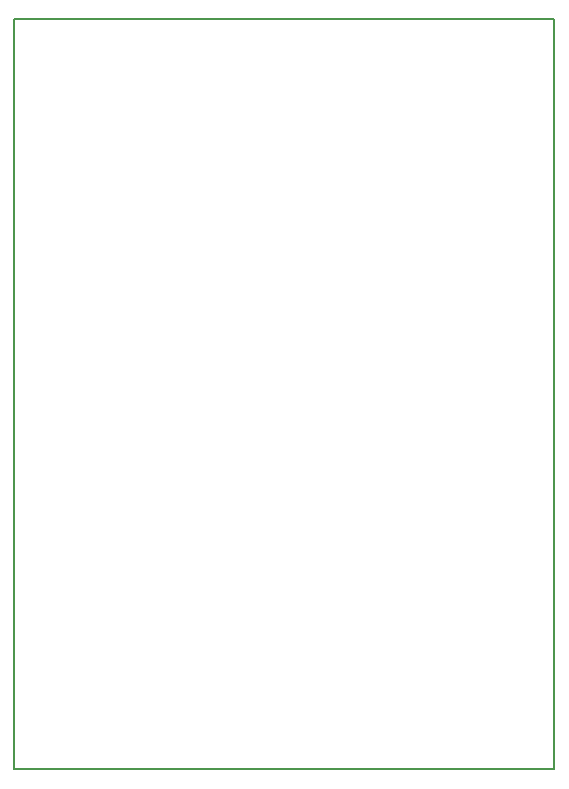
<source format=gbr>
G04 #@! TF.FileFunction,Profile,NP*
%FSLAX46Y46*%
G04 Gerber Fmt 4.6, Leading zero omitted, Abs format (unit mm)*
G04 Created by KiCad (PCBNEW 4.0.7) date Sunday, February 25, 2018 'PMt' 02:02:45 PM*
%MOMM*%
%LPD*%
G01*
G04 APERTURE LIST*
%ADD10C,0.128000*%
%ADD11C,0.150000*%
G04 APERTURE END LIST*
D10*
D11*
X134620000Y-119380000D02*
X134620000Y-55880000D01*
X180340000Y-119380000D02*
X134620000Y-119380000D01*
X180340000Y-55880000D02*
X180340000Y-119380000D01*
X134620000Y-55880000D02*
X180340000Y-55880000D01*
M02*

</source>
